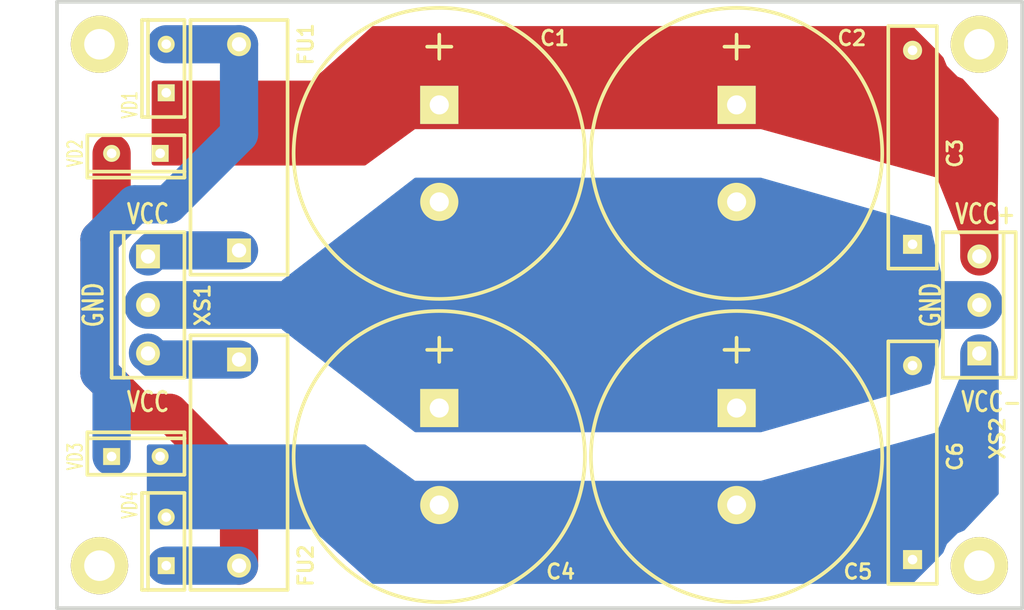
<source format=kicad_pcb>
(kicad_pcb (version 3) (host pcbnew "(25-Oct-2014 BZR 4029)-stable")

  (general
    (links 23)
    (no_connects 0)
    (area 73.315223 61.92558 185.764777 128.206501)
    (thickness 1.6002)
    (drawings 10)
    (tracks 25)
    (zones 0)
    (modules 18)
    (nets 8)
  )

  (page A4)
  (layers
    (15 Front signal)
    (0 Back signal)
    (16 B.Adhes user)
    (17 F.Adhes user)
    (18 B.Paste user)
    (19 F.Paste user)
    (20 B.SilkS user)
    (21 F.SilkS user)
    (22 B.Mask user)
    (23 F.Mask user)
    (24 Dwgs.User user)
    (25 Cmts.User user)
    (26 Eco1.User user)
    (27 Eco2.User user)
    (28 Edge.Cuts user)
  )

  (setup
    (last_trace_width 4)
    (user_trace_width 2)
    (user_trace_width 4)
    (user_trace_width 5)
    (trace_clearance 0.5)
    (zone_clearance 1)
    (zone_45_only no)
    (trace_min 0.50038)
    (segment_width 0.381)
    (edge_width 0.381)
    (via_size 0.889)
    (via_drill 0.635)
    (via_min_size 0.889)
    (via_min_drill 0.508)
    (uvia_size 0.508)
    (uvia_drill 0.127)
    (uvias_allowed no)
    (uvia_min_size 0.508)
    (uvia_min_drill 0.127)
    (pcb_text_width 0.3048)
    (pcb_text_size 1.524 2.032)
    (mod_edge_width 0.381)
    (mod_text_size 1.524 1.524)
    (mod_text_width 0.3048)
    (pad_size 5.99948 5.99948)
    (pad_drill 3.2004)
    (pad_to_mask_clearance 0.254)
    (aux_axis_origin 0 0)
    (visible_elements FFFFFFBF)
    (pcbplotparams
      (layerselection 281051137)
      (usegerberextensions true)
      (excludeedgelayer true)
      (linewidth 0.150000)
      (plotframeref false)
      (viasonmask false)
      (mode 1)
      (useauxorigin false)
      (hpglpennumber 1)
      (hpglpenspeed 20)
      (hpglpendiameter 15)
      (hpglpenoverlay 0)
      (psnegative false)
      (psa4output false)
      (plotreference true)
      (plotvalue true)
      (plotothertext true)
      (plotinvisibletext false)
      (padsonsilk true)
      (subtractmaskfromsilk true)
      (outputformat 1)
      (mirror false)
      (drillshape 1)
      (scaleselection 1)
      (outputdirectory /home/dnvetrov/Документы/GERBER_VOLTAGE_REGULATOR/))
  )

  (net 0 "")
  (net 1 /GND)
  (net 2 /VCC+)
  (net 3 /VCC-)
  (net 4 N-000003)
  (net 5 N-000004)
  (net 6 N-000005)
  (net 7 N-000006)

  (net_class Default "This is the default net class."
    (clearance 0.5)
    (trace_width 1)
    (via_dia 0.889)
    (via_drill 0.635)
    (uvia_dia 0.508)
    (uvia_drill 0.127)
    (add_net "")
    (add_net /GND)
    (add_net /VCC+)
    (add_net /VCC-)
    (add_net N-000003)
    (add_net N-000004)
    (add_net N-000005)
    (add_net N-000006)
  )

  (module TO220_DIOD_VERT_POZ (layer Front) (tedit 5544C3EB) (tstamp 51AC4927)
    (at 93.345 121.031 180)
    (descr "Regulateur TO220 serie LM78xx")
    (tags "TR TO220")
    (path /51AC3D01)
    (fp_text reference VD4 (at 3.81 3.81 270) (layer F.SilkS)
      (effects (font (size 1.524 1.016) (thickness 0.2032)))
    )
    (fp_text value MDR10100 (at -3.81 0 270) (layer F.SilkS) hide
      (effects (font (size 1.524 1.016) (thickness 0.2032)))
    )
    (fp_line (start 1.905 -5.08) (end 2.54 -5.08) (layer F.SilkS) (width 0.381))
    (fp_line (start 2.54 -5.08) (end 2.54 5.08) (layer F.SilkS) (width 0.381))
    (fp_line (start 2.54 5.08) (end 1.905 5.08) (layer F.SilkS) (width 0.381))
    (fp_line (start -1.905 -5.08) (end 1.905 -5.08) (layer F.SilkS) (width 0.381))
    (fp_line (start 1.905 -5.08) (end 1.905 5.08) (layer F.SilkS) (width 0.381))
    (fp_line (start 1.905 5.08) (end -1.905 5.08) (layer F.SilkS) (width 0.381))
    (fp_line (start -1.905 5.08) (end -1.905 -5.08) (layer F.SilkS) (width 0.381))
    (pad 2 thru_hole rect (at 0 -2.54 180) (size 1.778 1.778) (drill 1.00076)
      (layers *.Cu *.Mask F.SilkS)
      (net 5 N-000004)
    )
    (pad 1 thru_hole circle (at 0 2.54 180) (size 1.778 1.778) (drill 1.00076)
      (layers *.Cu *.Mask F.SilkS)
      (net 3 /VCC-)
    )
    (model discret/to220_vert.wrl
      (at (xyz 0 0 0))
      (scale (xyz 1 1 1))
      (rotate (xyz 0 0 0))
    )
  )

  (module 1_pin (layer Front) (tedit 5544BF5D) (tstamp 51AC5623)
    (at 182.88 122.936)
    (descr "module 1 pin (ou trou mecanique de percage)")
    (tags DEV)
    (path 1_pin)
    (fp_text reference 1_PIN (at 0 -3.048) (layer F.SilkS) hide
      (effects (font (size 0.50038 0.50038) (thickness 0.12446)))
    )
    (fp_text value P*** (at 0 -1.524) (layer F.SilkS) hide
      (effects (font (size 1.016 1.016) (thickness 0.254)))
    )
    (pad 1 thru_hole circle (at -4.445 0.635) (size 5.99948 5.99948) (drill 3.2004)
      (layers *.Cu *.Mask F.SilkS)
      (solder_mask_margin 1.99898)
      (clearance 1.00076)
    )
  )

  (module 1_pin (layer Front) (tedit 5544BE98) (tstamp 51AC5620)
    (at 182.88 65.786)
    (descr "module 1 pin (ou trou mecanique de percage)")
    (tags DEV)
    (path 1_pin)
    (fp_text reference 1_PIN (at 0 -3.048) (layer F.SilkS) hide
      (effects (font (size 0.50038 0.50038) (thickness 0.12446)))
    )
    (fp_text value P*** (at 0 -1.524) (layer F.SilkS) hide
      (effects (font (size 1.016 1.016) (thickness 0.254)))
    )
    (pad 1 thru_hole circle (at -4.445 3.175) (size 5.99948 5.99948) (drill 3.2004)
      (layers *.Cu *.Mask F.SilkS)
      (solder_mask_margin 1.99898)
      (clearance 1.00076)
    )
  )

  (module 1_pin (layer Front) (tedit 5544BF08) (tstamp 51AC561D)
    (at 76.2 124.841)
    (descr "module 1 pin (ou trou mecanique de percage)")
    (tags DEV)
    (path 1_pin)
    (fp_text reference 1_PIN (at 0 -3.048) (layer F.SilkS) hide
      (effects (font (size 0.50038 0.50038) (thickness 0.12446)))
    )
    (fp_text value P*** (at 0 -1.524) (layer F.SilkS) hide
      (effects (font (size 1.016 1.016) (thickness 0.254)))
    )
    (pad 1 thru_hole circle (at 10.16 -1.27) (size 5.99948 5.99948) (drill 3.2004)
      (layers *.Cu *.Mask F.SilkS)
      (solder_mask_margin 1.99898)
      (clearance 1.00076)
    )
  )

  (module FU_PTF15B (layer Front) (tedit 5544B231) (tstamp 51AC4813)
    (at 100.965 85.471 90)
    (descr "Bornier d'alimentation 2 pins")
    (tags DEV)
    (path /51AC3C99)
    (fp_text reference FU1 (at 16.51 6.985 90) (layer F.SilkS)
      (effects (font (size 1.524 1.524) (thickness 0.3048)))
    )
    (fp_text value 10_A (at 6.35 0 90) (layer F.SilkS) hide
      (effects (font (size 1.524 1.524) (thickness 0.3048)))
    )
    (fp_line (start 19.05 -5.08) (end 19.05 5.08) (layer F.SilkS) (width 0.381))
    (fp_line (start -7.62 -5.08) (end -7.62 5.08) (layer F.SilkS) (width 0.381))
    (fp_line (start -7.62 5.08) (end 19.05 5.08) (layer F.SilkS) (width 0.381))
    (fp_line (start -7.62 -5.08) (end 19.05 -5.08) (layer F.SilkS) (width 0.381))
    (pad 1 thru_hole rect (at -5.08 0 90) (size 2.49936 2.49936) (drill 1.50114)
      (layers *.Cu *.Mask F.SilkS)
      (net 7 N-000006)
    )
    (pad 2 thru_hole circle (at 16.51 0 90) (size 2.49936 2.49936) (drill 1.50114)
      (layers *.Cu *.Mask F.SilkS)
      (net 4 N-000003)
    )
    (model device/bornier_2.wrl
      (at (xyz 0 0 0))
      (scale (xyz 1 1 1))
      (rotate (xyz 0 0 0))
    )
  )

  (module FU_PTF15B (layer Front) (tedit 5544B22C) (tstamp 51AC4815)
    (at 100.965 107.061 270)
    (descr "Bornier d'alimentation 2 pins")
    (tags DEV)
    (path /51AC3D29)
    (fp_text reference FU2 (at 16.51 -6.985 270) (layer F.SilkS)
      (effects (font (size 1.524 1.524) (thickness 0.3048)))
    )
    (fp_text value 10_A (at 6.35 0 270) (layer F.SilkS) hide
      (effects (font (size 1.524 1.524) (thickness 0.3048)))
    )
    (fp_line (start 19.05 -5.08) (end 19.05 5.08) (layer F.SilkS) (width 0.381))
    (fp_line (start -7.62 -5.08) (end -7.62 5.08) (layer F.SilkS) (width 0.381))
    (fp_line (start -7.62 5.08) (end 19.05 5.08) (layer F.SilkS) (width 0.381))
    (fp_line (start -7.62 -5.08) (end 19.05 -5.08) (layer F.SilkS) (width 0.381))
    (pad 1 thru_hole rect (at -5.08 0 270) (size 2.49936 2.49936) (drill 1.50114)
      (layers *.Cu *.Mask F.SilkS)
      (net 6 N-000005)
    )
    (pad 2 thru_hole circle (at 16.51 0 270) (size 2.49936 2.49936) (drill 1.50114)
      (layers *.Cu *.Mask F.SilkS)
      (net 5 N-000004)
    )
    (model device/bornier_2.wrl
      (at (xyz 0 0 0))
      (scale (xyz 1 1 1))
      (rotate (xyz 0 0 0))
    )
  )

  (module TO220_DIOD_VERT_POZ (layer Front) (tedit 5544C3DE) (tstamp 51AC4921)
    (at 93.345 71.501 180)
    (descr "Regulateur TO220 serie LM78xx")
    (tags "TR TO220")
    (path /51AC3BC4)
    (fp_text reference VD1 (at 3.81 -3.81 270) (layer F.SilkS)
      (effects (font (size 1.524 1.016) (thickness 0.2032)))
    )
    (fp_text value MDR10100 (at -3.81 0 270) (layer F.SilkS) hide
      (effects (font (size 1.524 1.016) (thickness 0.2032)))
    )
    (fp_line (start 1.905 -5.08) (end 2.54 -5.08) (layer F.SilkS) (width 0.381))
    (fp_line (start 2.54 -5.08) (end 2.54 5.08) (layer F.SilkS) (width 0.381))
    (fp_line (start 2.54 5.08) (end 1.905 5.08) (layer F.SilkS) (width 0.381))
    (fp_line (start -1.905 -5.08) (end 1.905 -5.08) (layer F.SilkS) (width 0.381))
    (fp_line (start 1.905 -5.08) (end 1.905 5.08) (layer F.SilkS) (width 0.381))
    (fp_line (start 1.905 5.08) (end -1.905 5.08) (layer F.SilkS) (width 0.381))
    (fp_line (start -1.905 5.08) (end -1.905 -5.08) (layer F.SilkS) (width 0.381))
    (pad 2 thru_hole rect (at 0 -2.54 180) (size 1.778 1.778) (drill 1.00076)
      (layers *.Cu *.Mask F.SilkS)
      (net 2 /VCC+)
    )
    (pad 1 thru_hole circle (at 0 2.54 180) (size 1.778 1.778) (drill 1.00076)
      (layers *.Cu *.Mask F.SilkS)
      (net 4 N-000003)
    )
    (model discret/to220_vert.wrl
      (at (xyz 0 0 0))
      (scale (xyz 1 1 1))
      (rotate (xyz 0 0 0))
    )
  )

  (module TO220_DIOD_VERT_POZ (layer Front) (tedit 5544C3DA) (tstamp 51AC5AC0)
    (at 90.17 80.391 270)
    (descr "Regulateur TO220 serie LM78xx")
    (tags "TR TO220")
    (path /51AC3CFB)
    (fp_text reference VD2 (at 0 6.35 270) (layer F.SilkS)
      (effects (font (size 1.524 1.016) (thickness 0.2032)))
    )
    (fp_text value MDR10100 (at -3.81 0 360) (layer F.SilkS) hide
      (effects (font (size 1.524 1.016) (thickness 0.2032)))
    )
    (fp_line (start 1.905 -5.08) (end 2.54 -5.08) (layer F.SilkS) (width 0.381))
    (fp_line (start 2.54 -5.08) (end 2.54 5.08) (layer F.SilkS) (width 0.381))
    (fp_line (start 2.54 5.08) (end 1.905 5.08) (layer F.SilkS) (width 0.381))
    (fp_line (start -1.905 -5.08) (end 1.905 -5.08) (layer F.SilkS) (width 0.381))
    (fp_line (start 1.905 -5.08) (end 1.905 5.08) (layer F.SilkS) (width 0.381))
    (fp_line (start 1.905 5.08) (end -1.905 5.08) (layer F.SilkS) (width 0.381))
    (fp_line (start -1.905 5.08) (end -1.905 -5.08) (layer F.SilkS) (width 0.381))
    (pad 2 thru_hole rect (at 0 -2.54 270) (size 1.778 1.778) (drill 1.00076)
      (layers *.Cu *.Mask F.SilkS)
      (net 2 /VCC+)
    )
    (pad 1 thru_hole circle (at 0 2.54 270) (size 1.778 1.778) (drill 1.00076)
      (layers *.Cu *.Mask F.SilkS)
      (net 5 N-000004)
    )
    (model discret/to220_vert.wrl
      (at (xyz 0 0 0))
      (scale (xyz 1 1 1))
      (rotate (xyz 0 0 0))
    )
  )

  (module TO220_DIOD_VERT_POZ (layer Front) (tedit 5544C3E6) (tstamp 51AC4925)
    (at 90.17 112.141 90)
    (descr "Regulateur TO220 serie LM78xx")
    (tags "TR TO220")
    (path /51AC3CFE)
    (fp_text reference VD3 (at 0 -6.35 90) (layer F.SilkS)
      (effects (font (size 1.524 1.016) (thickness 0.2032)))
    )
    (fp_text value MDR10100 (at -3.81 0 180) (layer F.SilkS) hide
      (effects (font (size 1.524 1.016) (thickness 0.2032)))
    )
    (fp_line (start 1.905 -5.08) (end 2.54 -5.08) (layer F.SilkS) (width 0.381))
    (fp_line (start 2.54 -5.08) (end 2.54 5.08) (layer F.SilkS) (width 0.381))
    (fp_line (start 2.54 5.08) (end 1.905 5.08) (layer F.SilkS) (width 0.381))
    (fp_line (start -1.905 -5.08) (end 1.905 -5.08) (layer F.SilkS) (width 0.381))
    (fp_line (start 1.905 -5.08) (end 1.905 5.08) (layer F.SilkS) (width 0.381))
    (fp_line (start 1.905 5.08) (end -1.905 5.08) (layer F.SilkS) (width 0.381))
    (fp_line (start -1.905 5.08) (end -1.905 -5.08) (layer F.SilkS) (width 0.381))
    (pad 2 thru_hole rect (at 0 -2.54 90) (size 1.778 1.778) (drill 1.00076)
      (layers *.Cu *.Mask F.SilkS)
      (net 4 N-000003)
    )
    (pad 1 thru_hole circle (at 0 2.54 90) (size 1.778 1.778) (drill 1.00076)
      (layers *.Cu *.Mask F.SilkS)
      (net 3 /VCC-)
    )
    (model discret/to220_vert.wrl
      (at (xyz 0 0 0))
      (scale (xyz 1 1 1))
      (rotate (xyz 0 0 0))
    )
  )

  (module K73-17 (layer Front) (tedit 5544BEAE) (tstamp 51AC4F94)
    (at 171.45 89.916 90)
    (descr "Bornier d'alimentation 2 pins")
    (tags DEV)
    (path /51AC3F2D)
    (fp_text reference C3 (at 9.525 4.445 90) (layer F.SilkS)
      (effects (font (size 1.524 1.524) (thickness 0.3048)))
    )
    (fp_text value 0.22_мк_400_В (at 10.16 5.08 90) (layer F.SilkS) hide
      (effects (font (size 1.524 1.524) (thickness 0.3048)))
    )
    (fp_line (start 22.86 -2.54) (end -2.54 -2.54) (layer F.SilkS) (width 0.381))
    (fp_line (start -2.54 2.54) (end 22.86 2.54) (layer F.SilkS) (width 0.381))
    (fp_line (start 22.86 -2.54) (end 22.86 2.54) (layer F.SilkS) (width 0.381))
    (fp_line (start -2.54 -2.54) (end -2.54 2.54) (layer F.SilkS) (width 0.381))
    (pad 1 thru_hole rect (at 0 0 90) (size 1.99898 1.99898) (drill 1.00076)
      (layers *.Cu *.Mask F.SilkS)
      (net 1 /GND)
    )
    (pad 2 thru_hole circle (at 20.32 0 90) (size 1.99898 1.99898) (drill 1.00076)
      (layers *.Cu *.Mask F.SilkS)
      (net 2 /VCC+)
    )
    (model device/bornier_2.wrl
      (at (xyz 0 0 0))
      (scale (xyz 1 1 1))
      (rotate (xyz 0 0 0))
    )
  )

  (module K73-17 (layer Front) (tedit 5544BED4) (tstamp 51AC4F96)
    (at 171.45 122.936 90)
    (descr "Bornier d'alimentation 2 pins")
    (tags DEV)
    (path /51AC3F7E)
    (fp_text reference C6 (at 10.795 4.445 90) (layer F.SilkS)
      (effects (font (size 1.524 1.524) (thickness 0.3048)))
    )
    (fp_text value 0.22_мк_400_В (at 10.16 5.08 90) (layer F.SilkS) hide
      (effects (font (size 1.524 1.524) (thickness 0.3048)))
    )
    (fp_line (start 22.86 -2.54) (end -2.54 -2.54) (layer F.SilkS) (width 0.381))
    (fp_line (start -2.54 2.54) (end 22.86 2.54) (layer F.SilkS) (width 0.381))
    (fp_line (start 22.86 -2.54) (end 22.86 2.54) (layer F.SilkS) (width 0.381))
    (fp_line (start -2.54 -2.54) (end -2.54 2.54) (layer F.SilkS) (width 0.381))
    (pad 1 thru_hole rect (at 0 0 90) (size 1.99898 1.99898) (drill 1.00076)
      (layers *.Cu *.Mask F.SilkS)
      (net 3 /VCC-)
    )
    (pad 2 thru_hole circle (at 20.32 0 90) (size 1.99898 1.99898) (drill 1.00076)
      (layers *.Cu *.Mask F.SilkS)
      (net 1 /GND)
    )
    (model device/bornier_2.wrl
      (at (xyz 0 0 0))
      (scale (xyz 1 1 1))
      (rotate (xyz 0 0 0))
    )
  )

  (module 1_pin (layer Front) (tedit 5544BE79) (tstamp 51AC55F6)
    (at 81.915 66.421)
    (descr "module 1 pin (ou trou mecanique de percage)")
    (tags DEV)
    (path 1_pin)
    (fp_text reference 1_PIN (at 0 -3.048) (layer F.SilkS) hide
      (effects (font (size 0.50038 0.50038) (thickness 0.12446)))
    )
    (fp_text value P*** (at 0 -1.524) (layer F.SilkS) hide
      (effects (font (size 1.016 1.016) (thickness 0.254)))
    )
    (pad 1 thru_hole circle (at 4.445 2.54) (size 5.99948 5.99948) (drill 3.2004)
      (layers *.Cu *.Mask F.SilkS)
      (solder_mask_margin 1.99898)
      (clearance 1.00076)
    )
  )

  (module DG126-5.0-03P-14 (layer Front) (tedit 5544C529) (tstamp 51AC49B9)
    (at 91.44 96.266 270)
    (descr "Bornier d'alimentation 2 pins")
    (tags DEV)
    (path /51AC3C4F)
    (fp_text reference XS1 (at 0 -5.715 270) (layer F.SilkS)
      (effects (font (size 1.524 1.524) (thickness 0.3048)))
    )
    (fp_text value DG126-5.0-03P-14 (at 0 5.08 270) (layer F.SilkS) hide
      (effects (font (size 1.524 1.524) (thickness 0.3048)))
    )
    (fp_line (start -7.62 3.81) (end -7.62 -3.81) (layer F.SilkS) (width 0.381))
    (fp_line (start 7.62 3.81) (end 7.62 -3.81) (layer F.SilkS) (width 0.381))
    (fp_line (start -7.62 3.81) (end 7.62 3.81) (layer F.SilkS) (width 0.381))
    (fp_line (start -7.62 -3.81) (end 7.62 -3.81) (layer F.SilkS) (width 0.381))
    (fp_line (start 7.62 2.54) (end -7.62 2.54) (layer F.SilkS) (width 0.381))
    (pad 3 thru_hole circle (at 5.08 0 270) (size 2.49936 2.49936) (drill 1.50114)
      (layers *.Cu *.Mask F.SilkS)
      (net 6 N-000005)
    )
    (pad 1 thru_hole rect (at -5.08 0 270) (size 2.49936 2.49936) (drill 1.50114)
      (layers *.Cu *.Mask F.SilkS)
      (net 7 N-000006)
    )
    (pad 2 thru_hole circle (at 0 0 270) (size 2.49936 2.49936) (drill 1.50114)
      (layers *.Cu *.Mask F.SilkS)
      (net 1 /GND)
    )
    (model device/bornier_2.wrl
      (at (xyz 0 0 0))
      (scale (xyz 1 1 1))
      (rotate (xyz 0 0 0))
    )
  )

  (module DG126-5.0-03P-14 (layer Front) (tedit 5544C01F) (tstamp 51AC49BB)
    (at 178.435 96.266 90)
    (descr "Bornier d'alimentation 2 pins")
    (tags DEV)
    (path /51AC3EE1)
    (fp_text reference XS2 (at -13.97 1.905 90) (layer F.SilkS)
      (effects (font (size 1.524 1.524) (thickness 0.3048)))
    )
    (fp_text value DG126-5.0-03P-14 (at 0 5.08 90) (layer F.SilkS) hide
      (effects (font (size 1.524 1.524) (thickness 0.3048)))
    )
    (fp_line (start -7.62 3.81) (end -7.62 -3.81) (layer F.SilkS) (width 0.381))
    (fp_line (start 7.62 3.81) (end 7.62 -3.81) (layer F.SilkS) (width 0.381))
    (fp_line (start -7.62 3.81) (end 7.62 3.81) (layer F.SilkS) (width 0.381))
    (fp_line (start -7.62 -3.81) (end 7.62 -3.81) (layer F.SilkS) (width 0.381))
    (fp_line (start 7.62 2.54) (end -7.62 2.54) (layer F.SilkS) (width 0.381))
    (pad 3 thru_hole circle (at 5.08 0 90) (size 2.49936 2.49936) (drill 1.50114)
      (layers *.Cu *.Mask F.SilkS)
      (net 2 /VCC+)
    )
    (pad 1 thru_hole rect (at -5.08 0 90) (size 2.49936 2.49936) (drill 1.50114)
      (layers *.Cu *.Mask F.SilkS)
      (net 3 /VCC-)
    )
    (pad 2 thru_hole circle (at 0 0 90) (size 2.49936 2.49936) (drill 1.50114)
      (layers *.Cu *.Mask F.SilkS)
      (net 1 /GND)
    )
    (model device/bornier_2.wrl
      (at (xyz 0 0 0))
      (scale (xyz 1 1 1))
      (rotate (xyz 0 0 0))
    )
  )

  (module CAPACITOR_CD294 (layer Front) (tedit 5544BECB) (tstamp 51AC5037)
    (at 121.92 112.141 270)
    (descr "Bornier d'alimentation 2 pins")
    (tags DEV)
    (path /51AC3F7D)
    (fp_text reference C4 (at 12.065 -12.7 360) (layer F.SilkS)
      (effects (font (size 1.524 1.524) (thickness 0.3048)))
    )
    (fp_text value 10000_мк_50_В (at 0 17.78 270) (layer F.SilkS) hide
      (effects (font (size 1.524 1.524) (thickness 0.3048)))
    )
    (fp_line (start -11.176 -1.27) (end -11.176 1.27) (layer F.SilkS) (width 0.381))
    (fp_line (start -12.446 0) (end -9.906 0) (layer F.SilkS) (width 0.381))
    (fp_circle (center 0 0) (end 15.24 0) (layer F.SilkS) (width 0.381))
    (pad 1 thru_hole rect (at -5.08 0 270) (size 4.0005 4.0005) (drill 1.99898)
      (layers *.Cu *.Mask F.SilkS)
      (net 1 /GND)
    )
    (pad 2 thru_hole circle (at 5.08 0 270) (size 4.0005 4.0005) (drill 1.99898)
      (layers *.Cu *.Mask F.SilkS)
      (net 3 /VCC-)
    )
  )

  (module CAPACITOR_CD294 (layer Front) (tedit 5544BEDE) (tstamp 51AC5039)
    (at 153.035 112.141 270)
    (descr "Bornier d'alimentation 2 pins")
    (tags DEV)
    (path /51AC4B9C)
    (fp_text reference C5 (at 12.065 -12.7 360) (layer F.SilkS)
      (effects (font (size 1.524 1.524) (thickness 0.3048)))
    )
    (fp_text value 10000_мк_50_В (at 0 17.78 270) (layer F.SilkS) hide
      (effects (font (size 1.524 1.524) (thickness 0.3048)))
    )
    (fp_line (start -11.176 -1.27) (end -11.176 1.27) (layer F.SilkS) (width 0.381))
    (fp_line (start -12.446 0) (end -9.906 0) (layer F.SilkS) (width 0.381))
    (fp_circle (center 0 0) (end 15.24 0) (layer F.SilkS) (width 0.381))
    (pad 1 thru_hole rect (at -5.08 0 270) (size 4.0005 4.0005) (drill 1.99898)
      (layers *.Cu *.Mask F.SilkS)
      (net 1 /GND)
    )
    (pad 2 thru_hole circle (at 5.08 0 270) (size 4.0005 4.0005) (drill 1.99898)
      (layers *.Cu *.Mask F.SilkS)
      (net 3 /VCC-)
    )
  )

  (module CAPACITOR_CD294 (layer Front) (tedit 5544BEC4) (tstamp 51AC5033)
    (at 121.92 80.391 270)
    (descr "Bornier d'alimentation 2 pins")
    (tags DEV)
    (path /51AC3F31)
    (fp_text reference C1 (at -12.065 -12.065 360) (layer F.SilkS)
      (effects (font (size 1.524 1.524) (thickness 0.3048)))
    )
    (fp_text value 10000_мк_50_В (at 0 17.78 270) (layer F.SilkS) hide
      (effects (font (size 1.524 1.524) (thickness 0.3048)))
    )
    (fp_line (start -11.176 -1.27) (end -11.176 1.27) (layer F.SilkS) (width 0.381))
    (fp_line (start -12.446 0) (end -9.906 0) (layer F.SilkS) (width 0.381))
    (fp_circle (center 0 0) (end 15.24 0) (layer F.SilkS) (width 0.381))
    (pad 1 thru_hole rect (at -5.08 0 270) (size 4.0005 4.0005) (drill 1.99898)
      (layers *.Cu *.Mask F.SilkS)
      (net 2 /VCC+)
    )
    (pad 2 thru_hole circle (at 5.08 0 270) (size 4.0005 4.0005) (drill 1.99898)
      (layers *.Cu *.Mask F.SilkS)
      (net 1 /GND)
    )
  )

  (module CAPACITOR_CD294 (layer Front) (tedit 5544BEB3) (tstamp 51AC5035)
    (at 153.035 80.391 270)
    (descr "Bornier d'alimentation 2 pins")
    (tags DEV)
    (path /51AC4B9B)
    (fp_text reference C2 (at -12.065 -12.065 360) (layer F.SilkS)
      (effects (font (size 1.524 1.524) (thickness 0.3048)))
    )
    (fp_text value 10000_мк_50_В (at 0 17.78 270) (layer F.SilkS) hide
      (effects (font (size 1.524 1.524) (thickness 0.3048)))
    )
    (fp_line (start -11.176 -1.27) (end -11.176 1.27) (layer F.SilkS) (width 0.381))
    (fp_line (start -12.446 0) (end -9.906 0) (layer F.SilkS) (width 0.381))
    (fp_circle (center 0 0) (end 15.24 0) (layer F.SilkS) (width 0.381))
    (pad 1 thru_hole rect (at -5.08 0 270) (size 4.0005 4.0005) (drill 1.99898)
      (layers *.Cu *.Mask F.SilkS)
      (net 2 /VCC+)
    )
    (pad 2 thru_hole circle (at 5.08 0 270) (size 4.0005 4.0005) (drill 1.99898)
      (layers *.Cu *.Mask F.SilkS)
      (net 1 /GND)
    )
  )

  (gr_line (start 182.915 64.516) (end 81.915 64.516) (angle 90) (layer Edge.Cuts) (width 0.381))
  (gr_line (start 81.915 128.016) (end 182.915 128.016) (angle 90) (layer Edge.Cuts) (width 0.381))
  (gr_text VCC (at 91.44 106.426) (layer F.SilkS) (tstamp 5544BB40)
    (effects (font (size 2.032 1.524) (thickness 0.3048)))
  )
  (gr_line (start 182.915 128.016) (end 182.915 64.516) (angle 90) (layer Edge.Cuts) (width 0.381))
  (gr_line (start 81.915 128.016) (end 81.915 64.516) (angle 90) (layer Edge.Cuts) (width 0.381))
  (gr_text GND (at 85.725 96.266 90) (layer F.SilkS) (tstamp 5544BB4E)
    (effects (font (size 2.032 1.524) (thickness 0.3048)))
  )
  (gr_text VCC (at 91.44 86.741) (layer F.SilkS) (tstamp 5544BB02)
    (effects (font (size 2.032 1.524) (thickness 0.3048)))
  )
  (gr_text GND (at 173.355 96.266 90) (layer F.SilkS) (tstamp 5544BAEA)
    (effects (font (size 2.032 1.524) (thickness 0.3048)))
  )
  (gr_text VCC- (at 179.705 106.426) (layer F.SilkS) (tstamp 5544BAD5)
    (effects (font (size 2.032 1.524) (thickness 0.3048)))
  )
  (gr_text VCC+ (at 179.07 86.741) (layer F.SilkS)
    (effects (font (size 2.032 1.524) (thickness 0.3048)))
  )

  (segment (start 178.435 96.266) (end 173.355 96.266) (width 5) (layer Back) (net 1))
  (segment (start 91.44 96.266) (end 109.855 96.266) (width 5) (layer Back) (net 1))
  (segment (start 178.435 91.186) (end 178.435 86.741) (width 4) (layer Front) (net 2))
  (segment (start 178.435 101.346) (end 178.435 105.664) (width 4) (layer Back) (net 3))
  (segment (start 100.965 68.961) (end 100.965 78.359) (width 4) (layer Back) (net 4))
  (segment (start 87.63 104.648) (end 87.63 112.141) (width 4) (layer Back) (net 4) (tstamp 5544C91A))
  (segment (start 86.36 103.378) (end 87.63 104.648) (width 4) (layer Back) (net 4) (tstamp 5544C917))
  (segment (start 86.36 89.408) (end 86.36 103.378) (width 4) (layer Back) (net 4) (tstamp 5544C90F))
  (segment (start 90.043 85.725) (end 86.36 89.408) (width 4) (layer Back) (net 4) (tstamp 5544C90B))
  (segment (start 93.599 85.725) (end 90.043 85.725) (width 4) (layer Back) (net 4) (tstamp 5544C90A))
  (segment (start 100.965 78.359) (end 93.599 85.725) (width 4) (layer Back) (net 4) (tstamp 5544C908))
  (segment (start 100.965 68.961) (end 93.345 68.961) (width 4) (layer Back) (net 4))
  (segment (start 87.63 80.391) (end 87.63 88.138) (width 4) (layer Front) (net 5))
  (segment (start 100.965 114.808) (end 100.965 123.571) (width 4) (layer Front) (net 5) (tstamp 5544C94F))
  (segment (start 93.726 107.569) (end 100.965 114.808) (width 4) (layer Front) (net 5) (tstamp 5544C94E))
  (segment (start 90.551 107.569) (end 93.726 107.569) (width 4) (layer Front) (net 5) (tstamp 5544C947))
  (segment (start 86.36 103.378) (end 90.551 107.569) (width 4) (layer Front) (net 5) (tstamp 5544C945))
  (segment (start 86.36 89.408) (end 86.36 103.378) (width 4) (layer Front) (net 5) (tstamp 5544C942))
  (segment (start 87.63 88.138) (end 86.36 89.408) (width 4) (layer Front) (net 5) (tstamp 5544C93D))
  (segment (start 93.345 123.571) (end 100.965 123.571) (width 4) (layer Back) (net 5))
  (segment (start 100.965 101.981) (end 92.154998 101.981) (width 4) (layer Back) (net 6))
  (segment (start 91.44 101.266002) (end 91.44 101.346) (width 4) (layer Back) (net 6) (tstamp 5544C768))
  (segment (start 92.154998 101.981) (end 91.44 101.266002) (width 4) (layer Back) (net 6) (tstamp 5544C765))
  (segment (start 100.965 90.551) (end 92.075 90.551) (width 4) (layer Back) (net 7))
  (segment (start 92.075 90.551) (end 91.44 91.186) (width 4) (layer Back) (net 7) (tstamp 5544C762))

  (zone (net 1) (net_name /GND) (layer Back) (tstamp 5544BB61) (hatch edge 0.508)
    (connect_pads yes (clearance 1))
    (min_thickness 0.5)
    (fill (arc_segments 16) (thermal_gap 0.508) (thermal_bridge_width 0.508))
    (polygon
      (pts
        (xy 105.41 93.726) (xy 119.38 82.931) (xy 155.575 82.931) (xy 173.355 88.011) (xy 174.625 93.726)
        (xy 174.625 98.806) (xy 173.355 104.521) (xy 155.575 109.601) (xy 119.38 109.601) (xy 105.41 98.806)
      )
    )
    (filled_polygon
      (pts
        (xy 174.375 98.778557) (xy 173.143235 104.3215) (xy 155.539986 109.351) (xy 119.465336 109.351) (xy 105.66 98.68324)
        (xy 105.66 93.84876) (xy 119.465336 83.181) (xy 155.539986 83.181) (xy 173.143235 88.2105) (xy 174.375 93.753443)
        (xy 174.375 98.778557)
      )
    )
  )
  (zone (net 2) (net_name /VCC+) (layer Front) (tstamp 5544BBF4) (hatch edge 0.508)
    (connect_pads yes (clearance 1))
    (min_thickness 0.5)
    (fill (arc_segments 16) (thermal_gap 0.508) (thermal_bridge_width 0.508))
    (polygon
      (pts
        (xy 180.34 89.281) (xy 176.53 89.281) (xy 173.99 82.931) (xy 155.575 77.851) (xy 119.38 77.851)
        (xy 114.173 81.661) (xy 91.821 81.661) (xy 91.821 81.026) (xy 91.821 72.771) (xy 108.585 72.771)
        (xy 114.935 67.056) (xy 171.45 67.056) (xy 173.99 69.596) (xy 180.467 76.708)
      )
    )
    (filled_polygon
      (pts
        (xy 180.216021 76.803704) (xy 180.092512 89.031) (xy 176.699258 89.031) (xy 174.176053 82.722987) (xy 155.608851 77.601)
        (xy 119.298304 77.601) (xy 114.091304 81.411) (xy 92.071 81.411) (xy 92.071 81.026) (xy 92.071 73.021)
        (xy 108.680934 73.021) (xy 115.030934 67.306) (xy 171.346447 67.306) (xy 173.809095 69.768649) (xy 174.469121 70.493383)
        (xy 174.829501 71.365569) (xy 176.024142 72.562297) (xy 176.553489 72.782101) (xy 180.216021 76.803704)
      )
    )
  )
  (zone (net 3) (net_name /VCC-) (layer Back) (tstamp 5544BE1D) (hatch edge 0.508)
    (connect_pads yes (clearance 1))
    (min_thickness 0.5)
    (fill (arc_segments 16) (thermal_gap 0.508) (thermal_bridge_width 0.508))
    (polygon
      (pts
        (xy 180.467 103.251) (xy 176.657 103.251) (xy 173.99 109.601) (xy 155.575 114.681) (xy 119.38 114.681)
        (xy 114.173 110.871) (xy 92.075 110.871) (xy 91.313 110.871) (xy 91.313 119.761) (xy 108.585 119.761)
        (xy 114.935 125.476) (xy 171.45 125.476) (xy 173.99 122.936) (xy 180.467 116.078)
      )
    )
    (filled_polygon
      (pts
        (xy 180.217 115.978605) (xy 176.721136 119.680106) (xy 176.030431 119.965501) (xy 174.833703 121.160142) (xy 174.449526 122.085341)
        (xy 173.810698 122.761748) (xy 171.346447 125.226) (xy 115.030934 125.226) (xy 108.680934 119.511) (xy 91.563 119.511)
        (xy 91.563 111.121) (xy 92.075 111.121) (xy 114.091304 111.121) (xy 119.298304 114.931) (xy 155.608851 114.931)
        (xy 174.173493 109.809719) (xy 176.823155 103.501) (xy 180.217 103.501) (xy 180.217 115.978605)
      )
    )
  )
)

</source>
